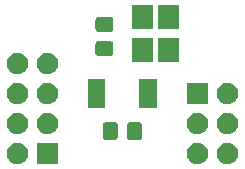
<source format=gts>
G04 #@! TF.GenerationSoftware,KiCad,Pcbnew,(5.1.5)-3*
G04 #@! TF.CreationDate,2021-01-09T16:02:40-05:00*
G04 #@! TF.ProjectId,I2C-VFO3,4932432d-5646-44f3-932e-6b696361645f,rev?*
G04 #@! TF.SameCoordinates,Original*
G04 #@! TF.FileFunction,Soldermask,Top*
G04 #@! TF.FilePolarity,Negative*
%FSLAX46Y46*%
G04 Gerber Fmt 4.6, Leading zero omitted, Abs format (unit mm)*
G04 Created by KiCad (PCBNEW (5.1.5)-3) date 2021-01-09 16:02:40*
%MOMM*%
%LPD*%
G04 APERTURE LIST*
%ADD10C,0.150000*%
G04 APERTURE END LIST*
D10*
G36*
X21220800Y-28840800D02*
G01*
X19419200Y-28840800D01*
X19419200Y-27039200D01*
X21220800Y-27039200D01*
X21220800Y-28840800D01*
G37*
G36*
X18042754Y-27073817D02*
G01*
X18206689Y-27141721D01*
X18354227Y-27240303D01*
X18479697Y-27365773D01*
X18578279Y-27513311D01*
X18646183Y-27677246D01*
X18680800Y-27851279D01*
X18680800Y-28028721D01*
X18646183Y-28202754D01*
X18578279Y-28366689D01*
X18479697Y-28514227D01*
X18354227Y-28639697D01*
X18206689Y-28738279D01*
X18042754Y-28806183D01*
X17868721Y-28840800D01*
X17691279Y-28840800D01*
X17517246Y-28806183D01*
X17353311Y-28738279D01*
X17205773Y-28639697D01*
X17080303Y-28514227D01*
X16981721Y-28366689D01*
X16913817Y-28202754D01*
X16879200Y-28028721D01*
X16879200Y-27851279D01*
X16913817Y-27677246D01*
X16981721Y-27513311D01*
X17080303Y-27365773D01*
X17205773Y-27240303D01*
X17353311Y-27141721D01*
X17517246Y-27073817D01*
X17691279Y-27039200D01*
X17868721Y-27039200D01*
X18042754Y-27073817D01*
G37*
G36*
X35822754Y-27073817D02*
G01*
X35986689Y-27141721D01*
X36134227Y-27240303D01*
X36259697Y-27365773D01*
X36358279Y-27513311D01*
X36426183Y-27677246D01*
X36460800Y-27851279D01*
X36460800Y-28028721D01*
X36426183Y-28202754D01*
X36358279Y-28366689D01*
X36259697Y-28514227D01*
X36134227Y-28639697D01*
X35986689Y-28738279D01*
X35822754Y-28806183D01*
X35648721Y-28840800D01*
X35471279Y-28840800D01*
X35297246Y-28806183D01*
X35133311Y-28738279D01*
X34985773Y-28639697D01*
X34860303Y-28514227D01*
X34761721Y-28366689D01*
X34693817Y-28202754D01*
X34659200Y-28028721D01*
X34659200Y-27851279D01*
X34693817Y-27677246D01*
X34761721Y-27513311D01*
X34860303Y-27365773D01*
X34985773Y-27240303D01*
X35133311Y-27141721D01*
X35297246Y-27073817D01*
X35471279Y-27039200D01*
X35648721Y-27039200D01*
X35822754Y-27073817D01*
G37*
G36*
X33282754Y-27073817D02*
G01*
X33446689Y-27141721D01*
X33594227Y-27240303D01*
X33719697Y-27365773D01*
X33818279Y-27513311D01*
X33886183Y-27677246D01*
X33920800Y-27851279D01*
X33920800Y-28028721D01*
X33886183Y-28202754D01*
X33818279Y-28366689D01*
X33719697Y-28514227D01*
X33594227Y-28639697D01*
X33446689Y-28738279D01*
X33282754Y-28806183D01*
X33108721Y-28840800D01*
X32931279Y-28840800D01*
X32757246Y-28806183D01*
X32593311Y-28738279D01*
X32445773Y-28639697D01*
X32320303Y-28514227D01*
X32221721Y-28366689D01*
X32153817Y-28202754D01*
X32119200Y-28028721D01*
X32119200Y-27851279D01*
X32153817Y-27677246D01*
X32221721Y-27513311D01*
X32320303Y-27365773D01*
X32445773Y-27240303D01*
X32593311Y-27141721D01*
X32757246Y-27073817D01*
X32931279Y-27039200D01*
X33108721Y-27039200D01*
X33282754Y-27073817D01*
G37*
G36*
X28124857Y-25289117D02*
G01*
X28170465Y-25302952D01*
X28212504Y-25325422D01*
X28249344Y-25355656D01*
X28279578Y-25392496D01*
X28302048Y-25434535D01*
X28315883Y-25480143D01*
X28320800Y-25530065D01*
X28320800Y-26539935D01*
X28315883Y-26589857D01*
X28302048Y-26635465D01*
X28279578Y-26677504D01*
X28249344Y-26714344D01*
X28212504Y-26744578D01*
X28170465Y-26767048D01*
X28124857Y-26780883D01*
X28074935Y-26785800D01*
X27315065Y-26785800D01*
X27265143Y-26780883D01*
X27219535Y-26767048D01*
X27177496Y-26744578D01*
X27140656Y-26714344D01*
X27110422Y-26677504D01*
X27087952Y-26635465D01*
X27074117Y-26589857D01*
X27069200Y-26539935D01*
X27069200Y-25530065D01*
X27074117Y-25480143D01*
X27087952Y-25434535D01*
X27110422Y-25392496D01*
X27140656Y-25355656D01*
X27177496Y-25325422D01*
X27219535Y-25302952D01*
X27265143Y-25289117D01*
X27315065Y-25284200D01*
X28074935Y-25284200D01*
X28124857Y-25289117D01*
G37*
G36*
X26074857Y-25289117D02*
G01*
X26120465Y-25302952D01*
X26162504Y-25325422D01*
X26199344Y-25355656D01*
X26229578Y-25392496D01*
X26252048Y-25434535D01*
X26265883Y-25480143D01*
X26270800Y-25530065D01*
X26270800Y-26539935D01*
X26265883Y-26589857D01*
X26252048Y-26635465D01*
X26229578Y-26677504D01*
X26199344Y-26714344D01*
X26162504Y-26744578D01*
X26120465Y-26767048D01*
X26074857Y-26780883D01*
X26024935Y-26785800D01*
X25265065Y-26785800D01*
X25215143Y-26780883D01*
X25169535Y-26767048D01*
X25127496Y-26744578D01*
X25090656Y-26714344D01*
X25060422Y-26677504D01*
X25037952Y-26635465D01*
X25024117Y-26589857D01*
X25019200Y-26539935D01*
X25019200Y-25530065D01*
X25024117Y-25480143D01*
X25037952Y-25434535D01*
X25060422Y-25392496D01*
X25090656Y-25355656D01*
X25127496Y-25325422D01*
X25169535Y-25302952D01*
X25215143Y-25289117D01*
X25265065Y-25284200D01*
X26024935Y-25284200D01*
X26074857Y-25289117D01*
G37*
G36*
X35822754Y-24533817D02*
G01*
X35986689Y-24601721D01*
X36134227Y-24700303D01*
X36259697Y-24825773D01*
X36358279Y-24973311D01*
X36426183Y-25137246D01*
X36460800Y-25311279D01*
X36460800Y-25488721D01*
X36426183Y-25662754D01*
X36358279Y-25826689D01*
X36259697Y-25974227D01*
X36134227Y-26099697D01*
X35986689Y-26198279D01*
X35822754Y-26266183D01*
X35648721Y-26300800D01*
X35471279Y-26300800D01*
X35297246Y-26266183D01*
X35133311Y-26198279D01*
X34985773Y-26099697D01*
X34860303Y-25974227D01*
X34761721Y-25826689D01*
X34693817Y-25662754D01*
X34659200Y-25488721D01*
X34659200Y-25311279D01*
X34693817Y-25137246D01*
X34761721Y-24973311D01*
X34860303Y-24825773D01*
X34985773Y-24700303D01*
X35133311Y-24601721D01*
X35297246Y-24533817D01*
X35471279Y-24499200D01*
X35648721Y-24499200D01*
X35822754Y-24533817D01*
G37*
G36*
X33282754Y-24533817D02*
G01*
X33446689Y-24601721D01*
X33594227Y-24700303D01*
X33719697Y-24825773D01*
X33818279Y-24973311D01*
X33886183Y-25137246D01*
X33920800Y-25311279D01*
X33920800Y-25488721D01*
X33886183Y-25662754D01*
X33818279Y-25826689D01*
X33719697Y-25974227D01*
X33594227Y-26099697D01*
X33446689Y-26198279D01*
X33282754Y-26266183D01*
X33108721Y-26300800D01*
X32931279Y-26300800D01*
X32757246Y-26266183D01*
X32593311Y-26198279D01*
X32445773Y-26099697D01*
X32320303Y-25974227D01*
X32221721Y-25826689D01*
X32153817Y-25662754D01*
X32119200Y-25488721D01*
X32119200Y-25311279D01*
X32153817Y-25137246D01*
X32221721Y-24973311D01*
X32320303Y-24825773D01*
X32445773Y-24700303D01*
X32593311Y-24601721D01*
X32757246Y-24533817D01*
X32931279Y-24499200D01*
X33108721Y-24499200D01*
X33282754Y-24533817D01*
G37*
G36*
X18042754Y-24533817D02*
G01*
X18206689Y-24601721D01*
X18354227Y-24700303D01*
X18479697Y-24825773D01*
X18578279Y-24973311D01*
X18646183Y-25137246D01*
X18680800Y-25311279D01*
X18680800Y-25488721D01*
X18646183Y-25662754D01*
X18578279Y-25826689D01*
X18479697Y-25974227D01*
X18354227Y-26099697D01*
X18206689Y-26198279D01*
X18042754Y-26266183D01*
X17868721Y-26300800D01*
X17691279Y-26300800D01*
X17517246Y-26266183D01*
X17353311Y-26198279D01*
X17205773Y-26099697D01*
X17080303Y-25974227D01*
X16981721Y-25826689D01*
X16913817Y-25662754D01*
X16879200Y-25488721D01*
X16879200Y-25311279D01*
X16913817Y-25137246D01*
X16981721Y-24973311D01*
X17080303Y-24825773D01*
X17205773Y-24700303D01*
X17353311Y-24601721D01*
X17517246Y-24533817D01*
X17691279Y-24499200D01*
X17868721Y-24499200D01*
X18042754Y-24533817D01*
G37*
G36*
X20582754Y-24533817D02*
G01*
X20746689Y-24601721D01*
X20894227Y-24700303D01*
X21019697Y-24825773D01*
X21118279Y-24973311D01*
X21186183Y-25137246D01*
X21220800Y-25311279D01*
X21220800Y-25488721D01*
X21186183Y-25662754D01*
X21118279Y-25826689D01*
X21019697Y-25974227D01*
X20894227Y-26099697D01*
X20746689Y-26198279D01*
X20582754Y-26266183D01*
X20408721Y-26300800D01*
X20231279Y-26300800D01*
X20057246Y-26266183D01*
X19893311Y-26198279D01*
X19745773Y-26099697D01*
X19620303Y-25974227D01*
X19521721Y-25826689D01*
X19453817Y-25662754D01*
X19419200Y-25488721D01*
X19419200Y-25311279D01*
X19453817Y-25137246D01*
X19521721Y-24973311D01*
X19620303Y-24825773D01*
X19745773Y-24700303D01*
X19893311Y-24601721D01*
X20057246Y-24533817D01*
X20231279Y-24499200D01*
X20408721Y-24499200D01*
X20582754Y-24533817D01*
G37*
G36*
X25220800Y-24060800D02*
G01*
X23719200Y-24060800D01*
X23719200Y-21659200D01*
X25220800Y-21659200D01*
X25220800Y-24060800D01*
G37*
G36*
X29620800Y-24060800D02*
G01*
X28119200Y-24060800D01*
X28119200Y-21659200D01*
X29620800Y-21659200D01*
X29620800Y-24060800D01*
G37*
G36*
X20582754Y-21993817D02*
G01*
X20746689Y-22061721D01*
X20894227Y-22160303D01*
X21019697Y-22285773D01*
X21118279Y-22433311D01*
X21186183Y-22597246D01*
X21220800Y-22771279D01*
X21220800Y-22948721D01*
X21186183Y-23122754D01*
X21118279Y-23286689D01*
X21019697Y-23434227D01*
X20894227Y-23559697D01*
X20746689Y-23658279D01*
X20582754Y-23726183D01*
X20408721Y-23760800D01*
X20231279Y-23760800D01*
X20057246Y-23726183D01*
X19893311Y-23658279D01*
X19745773Y-23559697D01*
X19620303Y-23434227D01*
X19521721Y-23286689D01*
X19453817Y-23122754D01*
X19419200Y-22948721D01*
X19419200Y-22771279D01*
X19453817Y-22597246D01*
X19521721Y-22433311D01*
X19620303Y-22285773D01*
X19745773Y-22160303D01*
X19893311Y-22061721D01*
X20057246Y-21993817D01*
X20231279Y-21959200D01*
X20408721Y-21959200D01*
X20582754Y-21993817D01*
G37*
G36*
X33920800Y-23760800D02*
G01*
X32119200Y-23760800D01*
X32119200Y-21959200D01*
X33920800Y-21959200D01*
X33920800Y-23760800D01*
G37*
G36*
X35822754Y-21993817D02*
G01*
X35986689Y-22061721D01*
X36134227Y-22160303D01*
X36259697Y-22285773D01*
X36358279Y-22433311D01*
X36426183Y-22597246D01*
X36460800Y-22771279D01*
X36460800Y-22948721D01*
X36426183Y-23122754D01*
X36358279Y-23286689D01*
X36259697Y-23434227D01*
X36134227Y-23559697D01*
X35986689Y-23658279D01*
X35822754Y-23726183D01*
X35648721Y-23760800D01*
X35471279Y-23760800D01*
X35297246Y-23726183D01*
X35133311Y-23658279D01*
X34985773Y-23559697D01*
X34860303Y-23434227D01*
X34761721Y-23286689D01*
X34693817Y-23122754D01*
X34659200Y-22948721D01*
X34659200Y-22771279D01*
X34693817Y-22597246D01*
X34761721Y-22433311D01*
X34860303Y-22285773D01*
X34985773Y-22160303D01*
X35133311Y-22061721D01*
X35297246Y-21993817D01*
X35471279Y-21959200D01*
X35648721Y-21959200D01*
X35822754Y-21993817D01*
G37*
G36*
X18042754Y-21993817D02*
G01*
X18206689Y-22061721D01*
X18354227Y-22160303D01*
X18479697Y-22285773D01*
X18578279Y-22433311D01*
X18646183Y-22597246D01*
X18680800Y-22771279D01*
X18680800Y-22948721D01*
X18646183Y-23122754D01*
X18578279Y-23286689D01*
X18479697Y-23434227D01*
X18354227Y-23559697D01*
X18206689Y-23658279D01*
X18042754Y-23726183D01*
X17868721Y-23760800D01*
X17691279Y-23760800D01*
X17517246Y-23726183D01*
X17353311Y-23658279D01*
X17205773Y-23559697D01*
X17080303Y-23434227D01*
X16981721Y-23286689D01*
X16913817Y-23122754D01*
X16879200Y-22948721D01*
X16879200Y-22771279D01*
X16913817Y-22597246D01*
X16981721Y-22433311D01*
X17080303Y-22285773D01*
X17205773Y-22160303D01*
X17353311Y-22061721D01*
X17517246Y-21993817D01*
X17691279Y-21959200D01*
X17868721Y-21959200D01*
X18042754Y-21993817D01*
G37*
G36*
X18042754Y-19453817D02*
G01*
X18206689Y-19521721D01*
X18354227Y-19620303D01*
X18479697Y-19745773D01*
X18578279Y-19893311D01*
X18646183Y-20057246D01*
X18680800Y-20231279D01*
X18680800Y-20408721D01*
X18646183Y-20582754D01*
X18578279Y-20746689D01*
X18479697Y-20894227D01*
X18354227Y-21019697D01*
X18206689Y-21118279D01*
X18042754Y-21186183D01*
X17868721Y-21220800D01*
X17691279Y-21220800D01*
X17517246Y-21186183D01*
X17353311Y-21118279D01*
X17205773Y-21019697D01*
X17080303Y-20894227D01*
X16981721Y-20746689D01*
X16913817Y-20582754D01*
X16879200Y-20408721D01*
X16879200Y-20231279D01*
X16913817Y-20057246D01*
X16981721Y-19893311D01*
X17080303Y-19745773D01*
X17205773Y-19620303D01*
X17353311Y-19521721D01*
X17517246Y-19453817D01*
X17691279Y-19419200D01*
X17868721Y-19419200D01*
X18042754Y-19453817D01*
G37*
G36*
X20582754Y-19453817D02*
G01*
X20746689Y-19521721D01*
X20894227Y-19620303D01*
X21019697Y-19745773D01*
X21118279Y-19893311D01*
X21186183Y-20057246D01*
X21220800Y-20231279D01*
X21220800Y-20408721D01*
X21186183Y-20582754D01*
X21118279Y-20746689D01*
X21019697Y-20894227D01*
X20894227Y-21019697D01*
X20746689Y-21118279D01*
X20582754Y-21186183D01*
X20408721Y-21220800D01*
X20231279Y-21220800D01*
X20057246Y-21186183D01*
X19893311Y-21118279D01*
X19745773Y-21019697D01*
X19620303Y-20894227D01*
X19521721Y-20746689D01*
X19453817Y-20582754D01*
X19419200Y-20408721D01*
X19419200Y-20231279D01*
X19453817Y-20057246D01*
X19521721Y-19893311D01*
X19620303Y-19745773D01*
X19745773Y-19620303D01*
X19893311Y-19521721D01*
X20057246Y-19453817D01*
X20231279Y-19419200D01*
X20408721Y-19419200D01*
X20582754Y-19453817D01*
G37*
G36*
X31439800Y-20180800D02*
G01*
X29688200Y-20180800D01*
X29688200Y-18129200D01*
X31439800Y-18129200D01*
X31439800Y-20180800D01*
G37*
G36*
X29239800Y-20180800D02*
G01*
X27488200Y-20180800D01*
X27488200Y-18129200D01*
X29239800Y-18129200D01*
X29239800Y-20180800D01*
G37*
G36*
X25700857Y-18438117D02*
G01*
X25746465Y-18451952D01*
X25788504Y-18474422D01*
X25825344Y-18504656D01*
X25855578Y-18541496D01*
X25878048Y-18583535D01*
X25891883Y-18629143D01*
X25896800Y-18679065D01*
X25896800Y-19438935D01*
X25891883Y-19488857D01*
X25878048Y-19534465D01*
X25855578Y-19576504D01*
X25825344Y-19613344D01*
X25788504Y-19643578D01*
X25746465Y-19666048D01*
X25700857Y-19679883D01*
X25650935Y-19684800D01*
X24641065Y-19684800D01*
X24591143Y-19679883D01*
X24545535Y-19666048D01*
X24503496Y-19643578D01*
X24466656Y-19613344D01*
X24436422Y-19576504D01*
X24413952Y-19534465D01*
X24400117Y-19488857D01*
X24395200Y-19438935D01*
X24395200Y-18679065D01*
X24400117Y-18629143D01*
X24413952Y-18583535D01*
X24436422Y-18541496D01*
X24466656Y-18504656D01*
X24503496Y-18474422D01*
X24545535Y-18451952D01*
X24591143Y-18438117D01*
X24641065Y-18433200D01*
X25650935Y-18433200D01*
X25700857Y-18438117D01*
G37*
G36*
X25700857Y-16388117D02*
G01*
X25746465Y-16401952D01*
X25788504Y-16424422D01*
X25825344Y-16454656D01*
X25855578Y-16491496D01*
X25878048Y-16533535D01*
X25891883Y-16579143D01*
X25896800Y-16629065D01*
X25896800Y-17388935D01*
X25891883Y-17438857D01*
X25878048Y-17484465D01*
X25855578Y-17526504D01*
X25825344Y-17563344D01*
X25788504Y-17593578D01*
X25746465Y-17616048D01*
X25700857Y-17629883D01*
X25650935Y-17634800D01*
X24641065Y-17634800D01*
X24591143Y-17629883D01*
X24545535Y-17616048D01*
X24503496Y-17593578D01*
X24466656Y-17563344D01*
X24436422Y-17526504D01*
X24413952Y-17484465D01*
X24400117Y-17438857D01*
X24395200Y-17388935D01*
X24395200Y-16629065D01*
X24400117Y-16579143D01*
X24413952Y-16533535D01*
X24436422Y-16491496D01*
X24466656Y-16454656D01*
X24503496Y-16424422D01*
X24545535Y-16401952D01*
X24591143Y-16388117D01*
X24641065Y-16383200D01*
X25650935Y-16383200D01*
X25700857Y-16388117D01*
G37*
G36*
X29239800Y-17430800D02*
G01*
X27488200Y-17430800D01*
X27488200Y-15379200D01*
X29239800Y-15379200D01*
X29239800Y-17430800D01*
G37*
G36*
X31439800Y-17430800D02*
G01*
X29688200Y-17430800D01*
X29688200Y-15379200D01*
X31439800Y-15379200D01*
X31439800Y-17430800D01*
G37*
M02*

</source>
